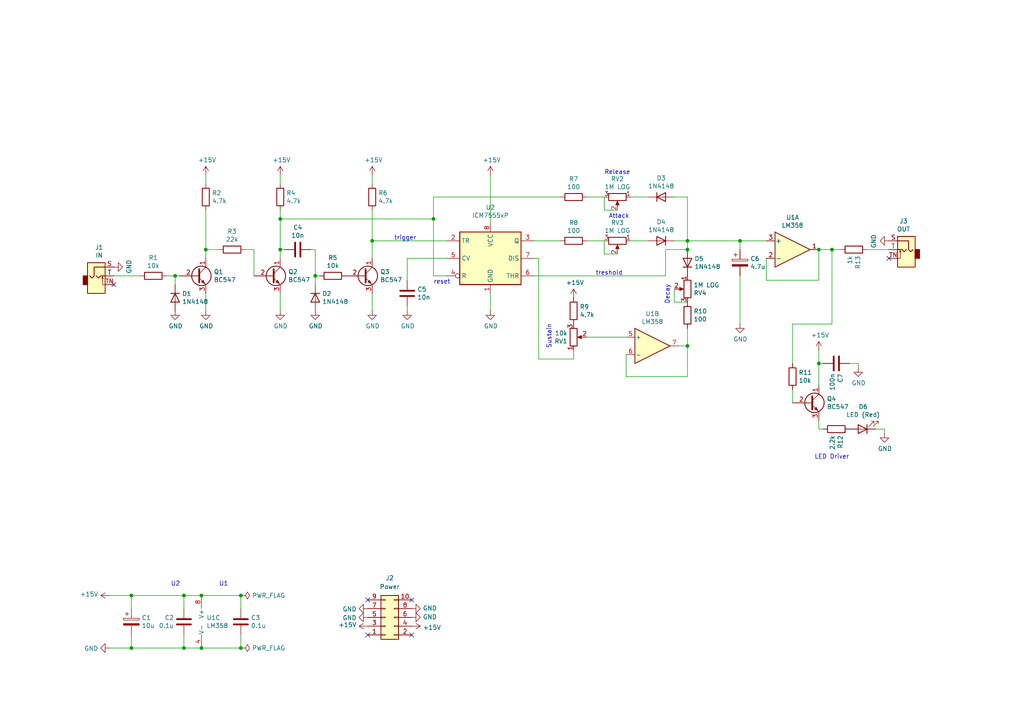
<source format=kicad_sch>
(kicad_sch (version 20231120) (generator "eeschema") (generator_version "8.0")
  (paper "A4")
  (title_block (title "ADSR") (date "2019-11-30") (rev "02") (comment 1 "Original design by René Schmitz") (comment 2 "Schema for main circuit") (comment 4 "License CC BY 4.0 - Attribution 4.0 International"))
  (lib_symbols
    (symbol "Amplifier_Operational:LM358" (pin_names (offset 0.127))
      (property "Reference" "U" (at 0 5.08 0))
      (property "Value" "LM358" (at 0 -5.08 0))
      (symbol "LM358_1_1"
        (polyline (pts (xy -5.08 5.08) (xy 5.08 0) (xy -5.08 -5.08) (xy -5.08 5.08)) (stroke (width 0.254)) (fill (type background)))
        (pin output line (at 7.62 0 180) (length 2.54) (name "~") (number "1"))
        (pin input line (at -7.62 -2.54 0) (length 2.54) (name "-") (number "2"))
        (pin input line (at -7.62 2.54 0) (length 2.54) (name "+") (number "3"))
      )
      (symbol "LM358_2_1"
        (polyline (pts (xy -5.08 5.08) (xy 5.08 0) (xy -5.08 -5.08) (xy -5.08 5.08)) (stroke (width 0.254)) (fill (type background)))
        (pin input line (at -7.62 2.54 0) (length 2.54) (name "+") (number "5"))
        (pin input line (at -7.62 -2.54 0) (length 2.54) (name "-") (number "6"))
        (pin output line (at 7.62 0 180) (length 2.54) (name "~") (number "7"))
      )
      (symbol "LM358_3_1"
        (pin power_in line (at -2.54 -7.62 90) (length 3.81) (name "V-") (number "4"))
        (pin power_in line (at -2.54 7.62 270) (length 3.81) (name "V+") (number "8"))
      )
    )
    (symbol "Connector_Audio:AudioJack2_SwitchT"
      (property "Reference" "J" (at 0 8.89 0))
      (property "Value" "AudioJack2_SwitchT" (at 0 6.35 0))
      (symbol "AudioJack2_SwitchT_0_1"
        (rectangle (start -2.54 0) (end -3.81 -2.54) (stroke (width 0.254)) (fill (type outline)))
        (polyline (pts (xy 1.778 -0.254) (xy 2.032 -0.762)))
        (polyline (pts (xy 0 0) (xy 0.635 -0.635) (xy 1.27 0) (xy 2.54 0)) (stroke (width 0.254)))
        (polyline (pts (xy 2.54 -2.54) (xy 1.778 -2.54) (xy 1.778 -0.254) (xy 1.524 -0.762)))
        (polyline (pts (xy 2.54 2.54) (xy -0.635 2.54) (xy -0.635 0) (xy -1.27 -0.635) (xy -1.905 0)) (stroke (width 0.254)))
        (rectangle (start 2.54 3.81) (end -2.54 -5.08) (stroke (width 0.254)) (fill (type background)))
      )
      (symbol "AudioJack2_SwitchT_1_1"
        (pin passive line (at 5.08 2.54 180) (length 2.54) (name "~") (number "S"))
        (pin passive line (at 5.08 0 180) (length 2.54) (name "~") (number "T"))
        (pin passive line (at 5.08 -2.54 180) (length 2.54) (name "~") (number "TN"))
      )
    )
    (symbol "Connector_Generic:Conn_02x05_Odd_Even" (pin_names (offset 1.016) hide)
      (property "Reference" "J" (at 1.27 7.62 0))
      (property "Value" "Conn_02x05_Odd_Even" (at 1.27 -7.62 0))
      (symbol "Conn_02x05_Odd_Even_1_1"
        (rectangle (start -1.27 -4.953) (end 0 -5.207) (stroke (width 0.1524)))
        (rectangle (start -1.27 -2.413) (end 0 -2.667) (stroke (width 0.1524)))
        (rectangle (start -1.27 0.127) (end 0 -0.127) (stroke (width 0.1524)))
        (rectangle (start -1.27 2.667) (end 0 2.413) (stroke (width 0.1524)))
        (rectangle (start -1.27 5.207) (end 0 4.953) (stroke (width 0.1524)))
        (rectangle (start -1.27 6.35) (end 3.81 -6.35) (stroke (width 0.254)) (fill (type background)))
        (rectangle (start 3.81 -4.953) (end 2.54 -5.207) (stroke (width 0.1524)))
        (rectangle (start 3.81 -2.413) (end 2.54 -2.667) (stroke (width 0.1524)))
        (rectangle (start 3.81 0.127) (end 2.54 -0.127) (stroke (width 0.1524)))
        (rectangle (start 3.81 2.667) (end 2.54 2.413) (stroke (width 0.1524)))
        (rectangle (start 3.81 5.207) (end 2.54 4.953) (stroke (width 0.1524)))
        (pin passive line (at -5.08 5.08 0) (length 3.81) (name "Pin_1") (number "1"))
        (pin passive line (at 7.62 -5.08 180) (length 3.81) (name "Pin_10") (number "10"))
        (pin passive line (at 7.62 5.08 180) (length 3.81) (name "Pin_2") (number "2"))
        (pin passive line (at -5.08 2.54 0) (length 3.81) (name "Pin_3") (number "3"))
        (pin passive line (at 7.62 2.54 180) (length 3.81) (name "Pin_4") (number "4"))
        (pin passive line (at -5.08 0 0) (length 3.81) (name "Pin_5") (number "5"))
        (pin passive line (at 7.62 0 180) (length 3.81) (name "Pin_6") (number "6"))
        (pin passive line (at -5.08 -2.54 0) (length 3.81) (name "Pin_7") (number "7"))
        (pin passive line (at 7.62 -2.54 180) (length 3.81) (name "Pin_8") (number "8"))
        (pin passive line (at -5.08 -5.08 0) (length 3.81) (name "Pin_9") (number "9"))
      )
    )
    (symbol "Device:C" (pin_numbers hide) (pin_names (offset 0.254))
      (property "Reference" "C" (at 0.635 2.54 0))
      (property "Value" "C" (at 0.635 -2.54 0))
      (symbol "C_0_1"
        (polyline (pts (xy -2.032 -0.762) (xy 2.032 -0.762)) (stroke (width 0.508)))
        (polyline (pts (xy -2.032 0.762) (xy 2.032 0.762)) (stroke (width 0.508)))
      )
      (symbol "C_1_1"
        (pin passive line (at 0 3.81 270) (length 2.794) (name "~") (number "1"))
        (pin passive line (at 0 -3.81 90) (length 2.794) (name "~") (number "2"))
      )
    )
    (symbol "Device:C_Polarized" (pin_numbers hide) (pin_names (offset 0.254))
      (property "Reference" "C" (at 0.635 2.54 0))
      (property "Value" "C_Polarized" (at 0.635 -2.54 0))
      (symbol "C_Polarized_0_1"
        (rectangle (start -2.286 0.508) (end 2.286 1.016))
        (polyline (pts (xy -1.778 2.286) (xy -0.762 2.286)))
        (polyline (pts (xy -1.27 2.794) (xy -1.27 1.778)))
        (rectangle (start 2.286 -0.508) (end -2.286 -1.016) (fill (type outline)))
      )
      (symbol "C_Polarized_1_1"
        (pin passive line (at 0 3.81 270) (length 2.794) (name "~") (number "1"))
        (pin passive line (at 0 -3.81 90) (length 2.794) (name "~") (number "2"))
      )
    )
    (symbol "Device:D" (pin_numbers hide) (pin_names (offset 1.016) hide)
      (property "Reference" "D" (at 0 2.54 0))
      (property "Value" "D" (at 0 -2.54 0))
      (symbol "D_0_1"
        (polyline (pts (xy -1.27 1.27) (xy -1.27 -1.27)) (stroke (width 0.254)))
        (polyline (pts (xy 1.27 0) (xy -1.27 0)))
        (polyline (pts (xy 1.27 1.27) (xy 1.27 -1.27) (xy -1.27 0) (xy 1.27 1.27)) (stroke (width 0.254)))
      )
      (symbol "D_1_1"
        (pin passive line (at -3.81 0 0) (length 2.54) (name "K") (number "1"))
        (pin passive line (at 3.81 0 180) (length 2.54) (name "A") (number "2"))
      )
    )
    (symbol "Device:LED" (pin_numbers hide) (pin_names (offset 1.016) hide)
      (property "Reference" "D" (at 0 2.54 0))
      (property "Value" "LED" (at 0 -2.54 0))
      (symbol "LED_0_1"
        (polyline (pts (xy -1.27 -1.27) (xy -1.27 1.27)) (stroke (width 0.254)))
        (polyline (pts (xy -1.27 0) (xy 1.27 0)))
        (polyline (pts (xy 1.27 -1.27) (xy 1.27 1.27) (xy -1.27 0) (xy 1.27 -1.27)) (stroke (width 0.254)))
        (polyline (pts (xy -3.048 -0.762) (xy -4.572 -2.286) (xy -3.81 -2.286) (xy -4.572 -2.286) (xy -4.572 -1.524)))
        (polyline (pts (xy -1.778 -0.762) (xy -3.302 -2.286) (xy -2.54 -2.286) (xy -3.302 -2.286) (xy -3.302 -1.524)))
      )
      (symbol "LED_1_1"
        (pin passive line (at -3.81 0 0) (length 2.54) (name "K") (number "1"))
        (pin passive line (at 3.81 0 180) (length 2.54) (name "A") (number "2"))
      )
    )
    (symbol "Device:R" (pin_numbers hide) (pin_names (offset 0))
      (property "Reference" "R" (at 2.032 0 90))
      (property "Value" "R" (at 0 0 90))
      (symbol "R_0_1"
        (rectangle (start -1.016 -2.54) (end 1.016 2.54) (stroke (width 0.254)))
      )
      (symbol "R_1_1"
        (pin passive line (at 0 3.81 270) (length 1.27) (name "~") (number "1"))
        (pin passive line (at 0 -3.81 90) (length 1.27) (name "~") (number "2"))
      )
    )
    (symbol "Device:R_Potentiometer" (pin_names (offset 1.016) hide)
      (property "Reference" "RV" (at -4.445 0 90))
      (property "Value" "R_Potentiometer" (at -2.54 0 90))
      (symbol "R_Potentiometer_0_1"
        (polyline (pts (xy 2.54 0) (xy 1.524 0)))
        (polyline (pts (xy 1.143 0) (xy 2.286 0.508) (xy 2.286 -0.508) (xy 1.143 0)) (fill (type outline)))
        (rectangle (start 1.016 2.54) (end -1.016 -2.54) (stroke (width 0.254)))
      )
      (symbol "R_Potentiometer_1_1"
        (pin passive line (at 0 3.81 270) (length 1.27) (name "1") (number "1"))
        (pin passive line (at 3.81 0 180) (length 1.27) (name "2") (number "2"))
        (pin passive line (at 0 -3.81 90) (length 1.27) (name "3") (number "3"))
      )
    )
    (symbol "Timer:ICM7555xP"
      (property "Reference" "U" (at -10.16 8.89 0))
      (property "Value" "ICM7555xP" (at 2.54 8.89 0))
      (symbol "ICM7555xP_0_0"
        (pin power_in line (at 0 -10.16 90) (length 2.54) (name "GND") (number "1"))
        (pin power_in line (at 0 10.16 270) (length 2.54) (name "VCC") (number "8"))
      )
      (symbol "ICM7555xP_0_1"
        (rectangle (start -8.89 -7.62) (end 8.89 7.62) (stroke (width 0.254)) (fill (type background)))
        (rectangle (start -8.89 -7.62) (end 8.89 7.62) (stroke (width 0.254)) (fill (type background)))
      )
      (symbol "ICM7555xP_1_1"
        (pin input line (at -12.7 5.08 0) (length 3.81) (name "TR") (number "2"))
        (pin output line (at 12.7 5.08 180) (length 3.81) (name "Q") (number "3"))
        (pin input inverted (at -12.7 -5.08 0) (length 3.81) (name "R") (number "4"))
        (pin input line (at -12.7 0 0) (length 3.81) (name "CV") (number "5"))
        (pin input line (at 12.7 -5.08 180) (length 3.81) (name "THR") (number "6"))
        (pin input line (at 12.7 0 180) (length 3.81) (name "DIS") (number "7"))
      )
    )
    (symbol "Transistor_BJT:BC547" (pin_names (offset 0) hide)
      (property "Reference" "Q" (at 5.08 1.905 0))
      (property "Value" "BC547" (at 5.08 0 0))
      (symbol "BC547_0_1"
        (polyline (pts (xy 0 0) (xy 0.635 0)))
        (polyline (pts (xy 0.635 0.635) (xy 2.54 2.54)))
        (polyline (pts (xy 0.635 -0.635) (xy 2.54 -2.54) (xy 2.54 -2.54)))
        (polyline (pts (xy 0.635 1.905) (xy 0.635 -1.905) (xy 0.635 -1.905)) (stroke (width 0.508)))
        (polyline (pts (xy 1.27 -1.778) (xy 1.778 -1.27) (xy 2.286 -2.286) (xy 1.27 -1.778) (xy 1.27 -1.778)) (fill (type outline)))
        (circle (center 1.27 0) (radius 2.8194) (stroke (width 0.254)))
      )
      (symbol "BC547_1_1"
        (pin passive line (at 2.54 5.08 270) (length 2.54) (name "C") (number "1"))
        (pin input line (at -5.08 0 0) (length 5.08) (name "B") (number "2"))
        (pin passive line (at 2.54 -5.08 90) (length 2.54) (name "E") (number "3"))
      )
    )
    (symbol "power:+15V" (power) (pin_numbers hide) (pin_names (offset 0) hide)
      (property "Value" "+15V" (at 0 3.556 0))
      (symbol "+15V_0_1"
        (polyline (pts (xy -0.762 1.27) (xy 0 2.54)))
        (polyline (pts (xy 0 0) (xy 0 2.54)))
        (polyline (pts (xy 0 2.54) (xy 0.762 1.27)))
      )
      (symbol "+15V_1_1"
        (pin power_in line (at 0 0 90) (length 0) (name "~") (number "1"))
      )
    )
    (symbol "power:GND" (power) (pin_numbers hide) (pin_names (offset 0) hide)
      (property "Value" "GND" (at 0 -3.81 0))
      (symbol "GND_0_1"
        (polyline (pts (xy 0 0) (xy 0 -1.27) (xy 1.27 -1.27) (xy 0 -2.54) (xy -1.27 -1.27) (xy 0 -1.27)))
      )
      (symbol "GND_1_1"
        (pin power_in line (at 0 0 270) (length 0) (name "~") (number "1"))
      )
    )
    (symbol "power:PWR_FLAG" (power) (pin_numbers hide) (pin_names (offset 0) hide)
      (property "Value" "PWR_FLAG" (at 0 3.81 0))
      (symbol "PWR_FLAG_0_0"
        (pin power_out line (at 0 0 90) (length 0) (name "~") (number "1"))
      )
      (symbol "PWR_FLAG_0_1"
        (polyline (pts (xy 0 0) (xy 0 1.27) (xy -1.016 1.905) (xy 0 2.54) (xy 1.016 1.905) (xy 0 1.27)))
      )
    )
  )
  (junction (at 125.73 63.5))
  (junction (at 214.63 69.85))
  (junction (at 91.44 80.01))
  (junction (at 53.34 172.72))
  (junction (at 58.42 187.96))
  (junction (at 59.69 72.39))
  (junction (at 199.39 100.33))
  (junction (at 38.1 172.72))
  (junction (at 69.85 187.96))
  (junction (at 199.39 72.39))
  (junction (at 237.49 105.41))
  (junction (at 241.3 72.39))
  (junction (at 69.85 172.72))
  (junction (at 107.95 69.85))
  (junction (at 53.34 187.96))
  (junction (at 38.1 187.96))
  (junction (at 81.28 72.39))
  (junction (at 81.28 63.5))
  (junction (at 50.8 80.01))
  (junction (at 237.49 72.39))
  (junction (at 199.39 69.85))
  (junction (at 58.42 172.72))
  (no_connect (at 106.68 184.15))
  (no_connect (at 119.38 173.99))
  (no_connect (at 257.81 74.93))
  (no_connect (at 33.02 82.55))
  (no_connect (at 106.68 173.99))
  (no_connect (at 119.38 184.15))
  (wire (pts (xy 248.92 105.41) (xy 248.92 106.68)))
  (wire (pts (xy 63.5 72.39) (xy 59.69 72.39)))
  (wire (pts (xy 195.58 69.85) (xy 199.39 69.85)))
  (wire (pts (xy 199.39 109.22) (xy 199.39 100.33)))
  (wire (pts (xy 81.28 63.5) (xy 81.28 72.39)))
  (wire (pts (xy 38.1 184.15) (xy 38.1 187.96)))
  (wire (pts (xy 175.26 69.85) (xy 175.26 73.66)))
  (wire (pts (xy 181.61 109.22) (xy 199.39 109.22)))
  (wire (pts (xy 129.54 80.01) (xy 125.73 80.01)))
  (wire (pts (xy 142.24 90.17) (xy 142.24 85.09)))
  (wire (pts (xy 182.88 69.85) (xy 187.96 69.85)))
  (wire (pts (xy 53.34 187.96) (xy 38.1 187.96)))
  (wire (pts (xy 125.73 63.5) (xy 125.73 80.01)))
  (wire (pts (xy 214.63 69.85) (xy 222.25 69.85)))
  (wire (pts (xy 107.95 85.09) (xy 107.95 90.17)))
  (wire (pts (xy 59.69 90.17) (xy 59.69 85.09)))
  (wire (pts (xy 50.8 80.01) (xy 52.07 80.01)))
  (wire (pts (xy 142.24 50.8) (xy 142.24 64.77)))
  (wire (pts (xy 38.1 187.96) (xy 31.75 187.96)))
  (wire (pts (xy 125.73 63.5) (xy 125.73 57.15)))
  (wire (pts (xy 81.28 50.8) (xy 81.28 53.34)))
  (wire (pts (xy 246.38 105.41) (xy 248.92 105.41)))
  (wire (pts (xy 195.58 57.15) (xy 199.39 57.15)))
  (wire (pts (xy 193.04 80.01) (xy 193.04 72.39)))
  (wire (pts (xy 156.21 74.93) (xy 156.21 104.14)))
  (wire (pts (xy 222.25 81.28) (xy 237.49 81.28)))
  (wire (pts (xy 229.87 93.98) (xy 229.87 105.41)))
  (wire (pts (xy 92.71 80.01) (xy 91.44 80.01)))
  (wire (pts (xy 222.25 74.93) (xy 222.25 81.28)))
  (wire (pts (xy 199.39 57.15) (xy 199.39 69.85)))
  (wire (pts (xy 91.44 72.39) (xy 91.44 80.01)))
  (wire (pts (xy 129.54 69.85) (xy 107.95 69.85)))
  (wire (pts (xy 81.28 90.17) (xy 81.28 85.09)))
  (wire (pts (xy 125.73 57.15) (xy 162.56 57.15)))
  (wire (pts (xy 199.39 69.85) (xy 214.63 69.85)))
  (wire (pts (xy 170.18 69.85) (xy 175.26 69.85)))
  (wire (pts (xy 81.28 72.39) (xy 81.28 74.93)))
  (wire (pts (xy 195.58 83.82) (xy 195.58 87.63)))
  (wire (pts (xy 243.84 72.39) (xy 241.3 72.39)))
  (wire (pts (xy 58.42 172.72) (xy 69.85 172.72)))
  (wire (pts (xy 59.69 60.96) (xy 59.69 72.39)))
  (wire (pts (xy 170.18 97.79) (xy 181.61 97.79)))
  (wire (pts (xy 199.39 69.85) (xy 199.39 72.39)))
  (wire (pts (xy 53.34 172.72) (xy 58.42 172.72)))
  (wire (pts (xy 58.42 187.96) (xy 53.34 187.96)))
  (wire (pts (xy 254 124.46) (xy 256.54 124.46)))
  (wire (pts (xy 53.34 176.53) (xy 53.34 172.72)))
  (wire (pts (xy 154.94 74.93) (xy 156.21 74.93)))
  (wire (pts (xy 90.17 72.39) (xy 91.44 72.39)))
  (wire (pts (xy 33.02 80.01) (xy 40.64 80.01)))
  (wire (pts (xy 107.95 50.8) (xy 107.95 53.34)))
  (wire (pts (xy 71.12 72.39) (xy 73.66 72.39)))
  (wire (pts (xy 166.37 101.6) (xy 166.37 104.14)))
  (wire (pts (xy 214.63 72.39) (xy 214.63 69.85)))
  (wire (pts (xy 50.8 82.55) (xy 50.8 80.01)))
  (wire (pts (xy 238.76 105.41) (xy 237.49 105.41)))
  (wire (pts (xy 229.87 116.84) (xy 229.87 113.03)))
  (wire (pts (xy 181.61 102.87) (xy 181.61 109.22)))
  (wire (pts (xy 237.49 121.92) (xy 237.49 124.46)))
  (wire (pts (xy 241.3 72.39) (xy 241.3 93.98)))
  (wire (pts (xy 182.88 57.15) (xy 187.96 57.15)))
  (wire (pts (xy 156.21 104.14) (xy 166.37 104.14)))
  (wire (pts (xy 69.85 176.53) (xy 69.85 172.72)))
  (wire (pts (xy 59.69 50.8) (xy 59.69 53.34)))
  (wire (pts (xy 170.18 57.15) (xy 175.26 57.15)))
  (wire (pts (xy 237.49 124.46) (xy 238.76 124.46)))
  (wire (pts (xy 31.75 172.72) (xy 38.1 172.72)))
  (wire (pts (xy 237.49 81.28) (xy 237.49 72.39)))
  (wire (pts (xy 237.49 105.41) (xy 237.49 111.76)))
  (wire (pts (xy 256.54 124.46) (xy 256.54 125.73)))
  (wire (pts (xy 251.46 72.39) (xy 257.81 72.39)))
  (wire (pts (xy 38.1 172.72) (xy 53.34 172.72)))
  (wire (pts (xy 81.28 63.5) (xy 125.73 63.5)))
  (wire (pts (xy 214.63 93.98) (xy 214.63 80.01)))
  (wire (pts (xy 91.44 80.01) (xy 91.44 82.55)))
  (wire (pts (xy 195.58 87.63) (xy 199.39 87.63)))
  (wire (pts (xy 196.85 100.33) (xy 199.39 100.33)))
  (wire (pts (xy 118.11 81.28) (xy 118.11 74.93)))
  (wire (pts (xy 81.28 72.39) (xy 82.55 72.39)))
  (wire (pts (xy 175.26 57.15) (xy 175.26 60.96)))
  (wire (pts (xy 53.34 184.15) (xy 53.34 187.96)))
  (wire (pts (xy 241.3 72.39) (xy 237.49 72.39)))
  (wire (pts (xy 59.69 74.93) (xy 59.69 72.39)))
  (wire (pts (xy 193.04 72.39) (xy 199.39 72.39)))
  (wire (pts (xy 107.95 60.96) (xy 107.95 69.85)))
  (wire (pts (xy 175.26 73.66) (xy 179.07 73.66)))
  (wire (pts (xy 241.3 93.98) (xy 229.87 93.98)))
  (wire (pts (xy 237.49 101.6) (xy 237.49 105.41)))
  (wire (pts (xy 73.66 72.39) (xy 73.66 80.01)))
  (wire (pts (xy 199.39 100.33) (xy 199.39 95.25)))
  (wire (pts (xy 154.94 80.01) (xy 193.04 80.01)))
  (wire (pts (xy 118.11 74.93) (xy 129.54 74.93)))
  (wire (pts (xy 69.85 184.15) (xy 69.85 187.96)))
  (wire (pts (xy 38.1 176.53) (xy 38.1 172.72)))
  (wire (pts (xy 69.85 187.96) (xy 58.42 187.96)))
  (wire (pts (xy 48.26 80.01) (xy 50.8 80.01)))
  (wire (pts (xy 81.28 60.96) (xy 81.28 63.5)))
  (wire (pts (xy 107.95 69.85) (xy 107.95 74.93)))
  (wire (pts (xy 118.11 88.9) (xy 118.11 90.17)))
  (wire (pts (xy 154.94 69.85) (xy 162.56 69.85)))
  (wire (pts (xy 175.26 60.96) (xy 179.07 60.96)))
  (text "Release" (at 175.26 50.8 0) (effects (font (size 1.27 1.27)) (justify left bottom)))
  (text "U1" (at 63.5 170.18 0) (effects (font (size 1.27 1.27)) (justify left bottom)))
  (text "LED Driver" (at 236.22 133.35 0) (effects (font (size 1.27 1.27)) (justify left bottom)))
  (text "reset" (at 125.73 82.55 0) (effects (font (size 1.27 1.27)) (justify left bottom)))
  (text "Sustain" (at 160.02 93.98 90) (effects (font (size 1.27 1.27)) (justify right bottom)))
  (text "U2" (at 49.53 170.18 0) (effects (font (size 1.27 1.27)) (justify left bottom)))
  (text "Decay" (at 194.31 82.55 90) (effects (font (size 1.27 1.27)) (justify right bottom)))
  (text "Attack" (at 176.53 63.5 0) (effects (font (size 1.27 1.27)) (justify left bottom)))
  (text "trigger" (at 114.3 69.85 0) (effects (font (size 1.27 1.27)) (justify left bottom)))
  (text "treshold" (at 172.72 80.01 0) (effects (font (size 1.27 1.27)) (justify left bottom)))
  (symbol (lib_id "Transistor_BJT:BC547") (at 57.15 80.01 0) (unit 1)
    (property "Reference" "Q1" (at 62.0014 78.8416 0) (effects (justify left)))
    (property "Value" "BC547" (at 62.0014 81.153 0) (effects (justify left)))
    (property "Footprint" "Package_TO_SOT_THT:TO-92_Inline_Wide" (effects (hide yes)))
    (property "Datasheet" "https://www.onsemi.com/pub/Collateral/BC550-D.pdf" (effects (hide yes)))
    (property "Description" "0.1A Ic, 45V Vce, Small Signal NPN Transistor, TO-92" (effects (hide yes)))
  )
  (symbol (lib_id "Transistor_BJT:BC547") (at 78.74 80.01 0) (unit 1)
    (property "Reference" "Q2" (at 83.5914 78.8416 0) (effects (justify left)))
    (property "Value" "BC547" (at 83.5914 81.153 0) (effects (justify left)))
    (property "Footprint" "Package_TO_SOT_THT:TO-92_Inline_Wide" (effects (hide yes)))
    (property "Datasheet" "https://www.onsemi.com/pub/Collateral/BC550-D.pdf" (effects (hide yes)))
    (property "Description" "0.1A Ic, 45V Vce, Small Signal NPN Transistor, TO-92" (effects (hide yes)))
  )
  (symbol (lib_id "Transistor_BJT:BC547") (at 105.41 80.01 0) (unit 1)
    (property "Reference" "Q3" (at 110.2614 78.8416 0) (effects (justify left)))
    (property "Value" "BC547" (at 110.2614 81.153 0) (effects (justify left)))
    (property "Footprint" "Package_TO_SOT_THT:TO-92_Inline_Wide" (effects (hide yes)))
    (property "Datasheet" "https://www.onsemi.com/pub/Collateral/BC550-D.pdf" (effects (hide yes)))
    (property "Description" "0.1A Ic, 45V Vce, Small Signal NPN Transistor, TO-92" (effects (hide yes)))
  )
  (symbol (lib_id "Device:R") (at 44.45 80.01 270) (unit 1)
    (property "Reference" "R1" (at 44.45 74.7522 90))
    (property "Value" "10k" (at 44.45 77.0636 90))
    (property "Footprint" "Resistor_THT:R_Axial_DIN0207_L6.3mm_D2.5mm_P10.16mm_Horizontal" (effects (hide yes)))
    (property "Description" "Resistor" (effects (hide yes)))
  )
  (symbol (lib_id "power:GND") (at 59.69 90.17 0) (unit 1)
    (property "Reference" "#PWR06" (effects (hide yes)))
    (property "Value" "GND" (at 59.817 94.5642 0))
    (property "Description" "Power symbol creates a global label with name \"GND\" , ground" (effects (hide yes)))
  )
  (symbol (lib_id "Device:D") (at 50.8 86.36 270) (unit 1)
    (property "Reference" "D1" (at 52.8066 85.1916 90) (effects (justify left)))
    (property "Value" "1N4148" (at 52.8066 87.503 90) (effects (justify left)))
    (property "Footprint" "Diode_THT:D_DO-35_SOD27_P7.62mm_Horizontal" (effects (hide yes)))
    (property "Description" "Diode" (effects (hide yes)))
    (property "Sim.Device" "D" (effects (hide yes)))
    (property "Sim.Pins" "1=K 2=A" (effects (hide yes)))
  )
  (symbol (lib_id "power:GND") (at 50.8 90.17 0) (unit 1)
    (property "Reference" "#PWR04" (effects (hide yes)))
    (property "Value" "GND" (at 50.927 94.5642 0))
    (property "Description" "Power symbol creates a global label with name \"GND\" , ground" (effects (hide yes)))
  )
  (symbol (lib_id "Device:R") (at 59.69 57.15 0) (unit 1)
    (property "Reference" "R2" (at 61.468 55.9816 0) (effects (justify left)))
    (property "Value" "4.7k" (at 61.468 58.293 0) (effects (justify left)))
    (property "Footprint" "Resistor_THT:R_Axial_DIN0207_L6.3mm_D2.5mm_P10.16mm_Horizontal" (effects (hide yes)))
    (property "Description" "Resistor" (effects (hide yes)))
  )
  (symbol (lib_id "Device:R") (at 67.31 72.39 270) (unit 1)
    (property "Reference" "R3" (at 67.31 67.1322 90))
    (property "Value" "22k" (at 67.31 69.4436 90))
    (property "Footprint" "Resistor_THT:R_Axial_DIN0207_L6.3mm_D2.5mm_P2.54mm_Vertical" (effects (hide yes)))
    (property "Description" "Resistor" (effects (hide yes)))
  )
  (symbol (lib_id "power:+15V") (at 59.69 50.8 0) (unit 1)
    (property "Reference" "#PWR05" (effects (hide yes)))
    (property "Value" "+15V" (at 60.071 46.4058 0))
    (property "Description" "Power symbol creates a global label with name \"+15V\"" (effects (hide yes)))
  )
  (symbol (lib_id "power:GND") (at 81.28 90.17 0) (unit 1)
    (property "Reference" "#PWR08" (effects (hide yes)))
    (property "Value" "GND" (at 81.407 94.5642 0))
    (property "Description" "Power symbol creates a global label with name \"GND\" , ground" (effects (hide yes)))
  )
  (symbol (lib_id "Device:D") (at 91.44 86.36 270) (unit 1)
    (property "Reference" "D2" (at 93.4466 85.1916 90) (effects (justify left)))
    (property "Value" "1N4148" (at 93.4466 87.503 90) (effects (justify left)))
    (property "Footprint" "Diode_THT:D_DO-35_SOD27_P7.62mm_Horizontal" (effects (hide yes)))
    (property "Description" "Diode" (effects (hide yes)))
    (property "Sim.Device" "D" (effects (hide yes)))
    (property "Sim.Pins" "1=K 2=A" (effects (hide yes)))
  )
  (symbol (lib_id "Device:R") (at 96.52 80.01 270) (unit 1)
    (property "Reference" "R5" (at 96.52 74.7522 90))
    (property "Value" "10k" (at 96.52 77.0636 90))
    (property "Footprint" "Resistor_THT:R_Axial_DIN0207_L6.3mm_D2.5mm_P10.16mm_Horizontal" (effects (hide yes)))
    (property "Description" "Resistor" (effects (hide yes)))
  )
  (symbol (lib_id "power:GND") (at 91.44 90.17 0) (unit 1)
    (property "Reference" "#PWR09" (effects (hide yes)))
    (property "Value" "GND" (at 91.567 94.5642 0))
    (property "Description" "Power symbol creates a global label with name \"GND\" , ground" (effects (hide yes)))
  )
  (symbol (lib_id "Device:C") (at 86.36 72.39 270) (unit 1)
    (property "Reference" "C4" (at 86.36 65.9892 90))
    (property "Value" "10n" (at 86.36 68.3006 90))
    (property "Footprint" "Capacitor_THT:C_Rect_L4.0mm_W2.5mm_P2.50mm" (effects (hide yes)))
    (property "Description" "Unpolarized capacitor" (effects (hide yes)))
  )
  (symbol (lib_id "power:GND") (at 107.95 90.17 0) (unit 1)
    (property "Reference" "#PWR014" (effects (hide yes)))
    (property "Value" "GND" (at 108.077 94.5642 0))
    (property "Description" "Power symbol creates a global label with name \"GND\" , ground" (effects (hide yes)))
  )
  (symbol (lib_id "Device:R") (at 81.28 57.15 0) (unit 1)
    (property "Reference" "R4" (at 83.058 55.9816 0) (effects (justify left)))
    (property "Value" "4.7k" (at 83.058 58.293 0) (effects (justify left)))
    (property "Footprint" "Resistor_THT:R_Axial_DIN0207_L6.3mm_D2.5mm_P10.16mm_Horizontal" (effects (hide yes)))
    (property "Description" "Resistor" (effects (hide yes)))
  )
  (symbol (lib_id "Device:R") (at 107.95 57.15 0) (unit 1)
    (property "Reference" "R6" (at 109.728 55.9816 0) (effects (justify left)))
    (property "Value" "4.7k" (at 109.728 58.293 0) (effects (justify left)))
    (property "Footprint" "Resistor_THT:R_Axial_DIN0207_L6.3mm_D2.5mm_P10.16mm_Horizontal" (effects (hide yes)))
    (property "Description" "Resistor" (effects (hide yes)))
  )
  (symbol (lib_id "power:+15V") (at 81.28 50.8 0) (unit 1)
    (property "Reference" "#PWR07" (effects (hide yes)))
    (property "Value" "+15V" (at 81.661 46.4058 0))
    (property "Description" "Power symbol creates a global label with name \"+15V\"" (effects (hide yes)))
  )
  (symbol (lib_id "power:+15V") (at 107.95 50.8 0) (unit 1)
    (property "Reference" "#PWR013" (effects (hide yes)))
    (property "Value" "+15V" (at 108.331 46.4058 0))
    (property "Description" "Power symbol creates a global label with name \"+15V\"" (effects (hide yes)))
  )
  (symbol (lib_id "Device:R") (at 166.37 57.15 270) (unit 1)
    (property "Reference" "R7" (at 166.37 51.8922 90))
    (property "Value" "100" (at 166.37 54.2036 90))
    (property "Footprint" "Resistor_THT:R_Axial_DIN0207_L6.3mm_D2.5mm_P10.16mm_Horizontal" (effects (hide yes)))
    (property "Description" "Resistor" (effects (hide yes)))
  )
  (symbol (lib_id "Device:R_Potentiometer") (at 179.07 57.15 270) (unit 1)
    (property "Reference" "RV2" (at 179.07 51.8922 90))
    (property "Value" "1M LOG" (at 179.07 54.2036 90))
    (property "Footprint" "elektrophon:Potentiometer_Alpha_RD901F-40-00D_Single_Vertical" (effects (hide yes)))
    (property "Description" "Potentiometer" (effects (hide yes)))
  )
  (symbol (lib_id "Device:D") (at 191.77 57.15 0) (unit 1)
    (property "Reference" "D3" (at 191.77 51.6636 0))
    (property "Value" "1N4148" (at 191.77 53.975 0))
    (property "Footprint" "Diode_THT:D_DO-35_SOD27_P7.62mm_Horizontal" (effects (hide yes)))
    (property "Description" "Diode" (effects (hide yes)))
    (property "Sim.Device" "D" (effects (hide yes)))
    (property "Sim.Pins" "1=K 2=A" (effects (hide yes)))
  )
  (symbol (lib_id "Device:R") (at 166.37 69.85 270) (unit 1)
    (property "Reference" "R8" (at 166.37 64.5922 90))
    (property "Value" "100" (at 166.37 66.9036 90))
    (property "Footprint" "Resistor_THT:R_Axial_DIN0207_L6.3mm_D2.5mm_P10.16mm_Horizontal" (effects (hide yes)))
    (property "Description" "Resistor" (effects (hide yes)))
  )
  (symbol (lib_id "Device:R_Potentiometer") (at 179.07 69.85 270) (unit 1)
    (property "Reference" "RV3" (at 179.07 64.5922 90))
    (property "Value" "1M LOG" (at 179.07 66.9036 90))
    (property "Footprint" "elektrophon:Potentiometer_Alpha_RD901F-40-00D_Single_Vertical" (effects (hide yes)))
    (property "Description" "Potentiometer" (effects (hide yes)))
  )
  (symbol (lib_id "Device:D") (at 191.77 69.85 180) (unit 1)
    (property "Reference" "D4" (at 191.77 64.3636 0))
    (property "Value" "1N4148" (at 191.77 66.675 0))
    (property "Footprint" "Diode_THT:D_DO-35_SOD27_P7.62mm_Horizontal" (effects (hide yes)))
    (property "Description" "Diode" (effects (hide yes)))
    (property "Sim.Device" "D" (effects (hide yes)))
    (property "Sim.Pins" "1=K 2=A" (effects (hide yes)))
  )
  (symbol (lib_id "power:GND") (at 142.24 90.17 0) (unit 1)
    (property "Reference" "#PWR020" (effects (hide yes)))
    (property "Value" "GND" (at 142.367 94.5642 0))
    (property "Description" "Power symbol creates a global label with name \"GND\" , ground" (effects (hide yes)))
  )
  (symbol (lib_id "power:+15V") (at 142.24 50.8 0) (unit 1)
    (property "Reference" "#PWR019" (effects (hide yes)))
    (property "Value" "+15V" (at 142.621 46.4058 0))
    (property "Description" "Power symbol creates a global label with name \"+15V\"" (effects (hide yes)))
  )
  (symbol (lib_id "power:GND") (at 118.11 90.17 0) (unit 1)
    (property "Reference" "#PWR015" (effects (hide yes)))
    (property "Value" "GND" (at 118.237 94.5642 0))
    (property "Description" "Power symbol creates a global label with name \"GND\" , ground" (effects (hide yes)))
  )
  (symbol (lib_id "Device:C") (at 118.11 85.09 180) (unit 1)
    (property "Reference" "C5" (at 121.031 83.9216 0) (effects (justify right)))
    (property "Value" "10n" (at 121.031 86.233 0) (effects (justify right)))
    (property "Footprint" "Capacitor_THT:C_Rect_L4.0mm_W2.5mm_P2.50mm" (effects (hide yes)))
    (property "Description" "Unpolarized capacitor" (effects (hide yes)))
  )
  (symbol (lib_id "Device:R") (at 166.37 90.17 180) (unit 1)
    (property "Reference" "R9" (at 168.148 89.0016 0) (effects (justify right)))
    (property "Value" "4.7k" (at 168.148 91.313 0) (effects (justify right)))
    (property "Footprint" "Resistor_THT:R_Axial_DIN0207_L6.3mm_D2.5mm_P10.16mm_Horizontal" (effects (hide yes)))
    (property "Description" "Resistor" (effects (hide yes)))
  )
  (symbol (lib_id "Device:R_Potentiometer") (at 166.37 97.79 0) (mirror x) (unit 1)
    (property "Reference" "RV1" (at 164.592 98.9584 0) (effects (justify right)))
    (property "Value" "10k" (at 164.592 96.647 0) (effects (justify right)))
    (property "Footprint" "elektrophon:Potentiometer_Alpha_RD901F-40-00D_Single_Vertical" (effects (hide yes)))
    (property "Description" "Potentiometer" (effects (hide yes)))
  )
  (symbol (lib_id "Amplifier_Operational:LM358") (at 229.87 72.39 0) (unit 1)
    (property "Reference" "U1" (at 229.87 63.0682 0))
    (property "Value" "LM358" (at 229.87 65.3796 0))
    (property "Footprint" "Package_DIP:DIP-8_W7.62mm_Socket" (effects (hide yes)))
    (property "Datasheet" "http://www.ti.com/lit/ds/symlink/lm2904-n.pdf" (effects (hide yes)))
    (property "Description" "Low-Power, Dual Operational Amplifiers, DIP-8/SOIC-8/TO-99-8" (effects (hide yes)))
  )
  (symbol (lib_id "Amplifier_Operational:LM358") (at 189.23 100.33 0) (unit 2)
    (property "Reference" "U1" (at 189.23 91.0082 0))
    (property "Value" "LM358" (at 189.23 93.3196 0))
    (property "Footprint" "Package_DIP:DIP-8_W7.62mm_Socket" (effects (hide yes)))
    (property "Datasheet" "http://www.ti.com/lit/ds/symlink/lm2904-n.pdf" (effects (hide yes)))
    (property "Description" "Low-Power, Dual Operational Amplifiers, DIP-8/SOIC-8/TO-99-8" (effects (hide yes)))
  )
  (symbol (lib_id "Amplifier_Operational:LM358") (at 60.96 180.34 0) (unit 3)
    (property "Reference" "U1" (at 59.8932 179.1716 0) (effects (justify left)))
    (property "Value" "LM358" (at 59.8932 181.483 0) (effects (justify left)))
    (property "Footprint" "Package_DIP:DIP-8_W7.62mm_Socket" (effects (hide yes)))
    (property "Datasheet" "http://www.ti.com/lit/ds/symlink/lm2904-n.pdf" (effects (hide yes)))
    (property "Description" "Low-Power, Dual Operational Amplifiers, DIP-8/SOIC-8/TO-99-8" (effects (hide yes)))
  )
  (symbol (lib_id "power:GND") (at 214.63 93.98 0) (unit 1)
    (property "Reference" "#PWR022" (effects (hide yes)))
    (property "Value" "GND" (at 214.757 98.3742 0))
    (property "Description" "Power symbol creates a global label with name \"GND\" , ground" (effects (hide yes)))
  )
  (symbol (lib_id "Device:D") (at 199.39 76.2 90) (unit 1)
    (property "Reference" "D5" (at 201.3966 75.0316 90) (effects (justify right)))
    (property "Value" "1N4148" (at 201.3966 77.343 90) (effects (justify right)))
    (property "Footprint" "Diode_THT:D_DO-35_SOD27_P7.62mm_Horizontal" (effects (hide yes)))
    (property "Description" "Diode" (effects (hide yes)))
    (property "Sim.Device" "D" (effects (hide yes)))
    (property "Sim.Pins" "1=K 2=A" (effects (hide yes)))
  )
  (symbol (lib_id "Device:R_Potentiometer") (at 199.39 83.82 0) (mirror y) (unit 1)
    (property "Reference" "RV4" (at 201.168 84.9884 0) (effects (justify right)))
    (property "Value" "1M LOG" (at 201.168 82.677 0) (effects (justify right)))
    (property "Footprint" "elektrophon:Potentiometer_Alpha_RD901F-40-00D_Single_Vertical" (effects (hide yes)))
    (property "Description" "Potentiometer" (effects (hide yes)))
  )
  (symbol (lib_id "Device:R") (at 199.39 91.44 180) (unit 1)
    (property "Reference" "R10" (at 201.168 90.2716 0) (effects (justify right)))
    (property "Value" "100" (at 201.168 92.583 0) (effects (justify right)))
    (property "Footprint" "Resistor_THT:R_Axial_DIN0207_L6.3mm_D2.5mm_P10.16mm_Horizontal" (effects (hide yes)))
    (property "Description" "Resistor" (effects (hide yes)))
  )
  (symbol (lib_id "power:+15V") (at 166.37 86.36 0) (unit 1)
    (property "Reference" "#PWR021" (effects (hide yes)))
    (property "Value" "+15V" (at 166.751 81.9658 0))
    (property "Description" "Power symbol creates a global label with name \"+15V\"" (effects (hide yes)))
  )
  (symbol (lib_id "Device:C") (at 69.85 180.34 0) (unit 1)
    (property "Reference" "C3" (at 72.771 179.1716 0) (effects (justify left)))
    (property "Value" "0.1u" (at 72.771 181.483 0) (effects (justify left)))
    (property "Footprint" "Capacitor_THT:C_Disc_D3.4mm_W2.1mm_P2.50mm" (effects (hide yes)))
    (property "Description" "Unpolarized capacitor" (effects (hide yes)))
  )
  (symbol (lib_id "power:+15V") (at 31.75 172.72 90) (unit 1)
    (property "Reference" "#PWR01" (effects (hide yes)))
    (property "Value" "+15V" (at 28.4988 172.339 90) (effects (justify left)))
    (property "Description" "Power symbol creates a global label with name \"+15V\"" (effects (hide yes)))
  )
  (symbol (lib_id "power:GND") (at 31.75 187.96 270) (unit 1)
    (property "Reference" "#PWR02" (effects (hide yes)))
    (property "Value" "GND" (at 28.4988 188.087 90) (effects (justify right)))
    (property "Description" "Power symbol creates a global label with name \"GND\" , ground" (effects (hide yes)))
  )
  (symbol (lib_id "Device:C") (at 53.34 180.34 0) (mirror x) (unit 1)
    (property "Reference" "C2" (at 50.4444 179.1716 0) (effects (justify right)))
    (property "Value" "0.1u" (at 50.4444 181.483 0) (effects (justify right)))
    (property "Footprint" "Capacitor_THT:C_Disc_D3.4mm_W2.1mm_P2.50mm" (effects (hide yes)))
    (property "Description" "Unpolarized capacitor" (effects (hide yes)))
  )
  (symbol (lib_id "Device:C_Polarized") (at 38.1 180.34 0) (unit 1)
    (property "Reference" "C1" (at 41.0972 179.1716 0) (effects (justify left)))
    (property "Value" "10u" (at 41.0972 181.483 0) (effects (justify left)))
    (property "Footprint" "Capacitor_THT:CP_Radial_D5.0mm_P2.50mm" (effects (hide yes)))
    (property "Description" "Polarized capacitor" (effects (hide yes)))
  )
  (symbol (lib_id "power:PWR_FLAG") (at 69.85 172.72 270) (unit 1)
    (property "Reference" "#FLG01" (effects (hide yes)))
    (property "Value" "PWR_FLAG" (at 73.1012 172.72 90) (effects (justify left)))
    (property "Description" "Special symbol for telling ERC where power comes from" (effects (hide yes)))
  )
  (symbol (lib_id "power:PWR_FLAG") (at 69.85 187.96 270) (unit 1)
    (property "Reference" "#FLG02" (effects (hide yes)))
    (property "Value" "PWR_FLAG" (at 73.1012 187.96 90) (effects (justify left)))
    (property "Description" "Special symbol for telling ERC where power comes from" (effects (hide yes)))
  )
  (symbol (lib_id "Connector_Generic:Conn_02x05_Odd_Even") (at 111.76 179.07 0) (mirror x) (unit 1)
    (property "Reference" "J2" (at 113.03 167.64 0))
    (property "Value" "Power" (at 113.03 170.18 0))
    (property "Footprint" "Connector_IDC:IDC-Header_2x05_P2.54mm_Vertical" (effects (hide yes)))
    (property "Description" "Generic connector, double row, 02x05, odd/even pin numbering scheme (row 1 odd numbers, row 2 even numbers), script generated (kicad-library-utils/schlib/autogen/connector/)" (effects (hide yes)))
  )
  (symbol (lib_id "power:+15V") (at 106.68 181.61 90) (unit 1)
    (property "Reference" "#PWR012" (effects (hide yes)))
    (property "Value" "+15V" (at 103.4288 181.229 90) (effects (justify left)))
    (property "Description" "Power symbol creates a global label with name \"+15V\"" (effects (hide yes)))
  )
  (symbol (lib_id "power:+15V") (at 119.38 181.61 270) (unit 1)
    (property "Reference" "#PWR018" (effects (hide yes)))
    (property "Value" "+15V" (at 122.6312 181.991 90) (effects (justify left)))
    (property "Description" "Power symbol creates a global label with name \"+15V\"" (effects (hide yes)))
  )
  (symbol (lib_id "power:GND") (at 106.68 179.07 270) (unit 1)
    (property "Reference" "#PWR011" (effects (hide yes)))
    (property "Value" "GND" (at 103.4288 179.197 90) (effects (justify right)))
    (property "Description" "Power symbol creates a global label with name \"GND\" , ground" (effects (hide yes)))
  )
  (symbol (lib_id "power:GND") (at 106.68 176.53 270) (unit 1)
    (property "Reference" "#PWR010" (effects (hide yes)))
    (property "Value" "GND" (at 103.4288 176.657 90) (effects (justify right)))
    (property "Description" "Power symbol creates a global label with name \"GND\" , ground" (effects (hide yes)))
  )
  (symbol (lib_id "power:GND") (at 119.38 176.53 90) (unit 1)
    (property "Reference" "#PWR016" (effects (hide yes)))
    (property "Value" "GND" (at 122.6312 176.403 90) (effects (justify right)))
    (property "Description" "Power symbol creates a global label with name \"GND\" , ground" (effects (hide yes)))
  )
  (symbol (lib_id "power:GND") (at 119.38 179.07 90) (unit 1)
    (property "Reference" "#PWR017" (effects (hide yes)))
    (property "Value" "GND" (at 122.6312 178.943 90) (effects (justify right)))
    (property "Description" "Power symbol creates a global label with name \"GND\" , ground" (effects (hide yes)))
  )
  (symbol (lib_id "Device:C_Polarized") (at 214.63 76.2 0) (unit 1)
    (property "Reference" "C6" (at 217.6272 75.0316 0) (effects (justify left)))
    (property "Value" "4.7u" (at 217.6272 77.343 0) (effects (justify left)))
    (property "Footprint" "Capacitor_THT:CP_Radial_D5.0mm_P2.50mm" (effects (hide yes)))
    (property "Description" "Polarized capacitor" (effects (hide yes)))
  )
  (symbol (lib_id "Connector_Audio:AudioJack2_SwitchT") (at 27.94 80.01 0) (unit 1)
    (property "Reference" "J1" (at 28.7528 71.755 0))
    (property "Value" "IN" (at 28.7528 74.0664 0))
    (property "Footprint" "elektrophon:Jack_3.5mm_WQP-PJ398SM_Vertical" (effects (hide yes)))
    (property "Description" "Audio Jack, 2 Poles (Mono / TS), Switched T Pole (Normalling)" (effects (hide yes)))
  )
  (symbol (lib_id "Connector_Audio:AudioJack2_SwitchT") (at 262.89 72.39 0) (mirror y) (unit 1)
    (property "Reference" "J3" (at 262.0772 64.135 0))
    (property "Value" "OUT" (at 262.0772 66.4464 0))
    (property "Footprint" "elektrophon:Jack_3.5mm_WQP-PJ398SM_Vertical" (effects (hide yes)))
    (property "Description" "Audio Jack, 2 Poles (Mono / TS), Switched T Pole (Normalling)" (effects (hide yes)))
  )
  (symbol (lib_id "power:GND") (at 33.02 77.47 90) (unit 1)
    (property "Reference" "#PWR03" (effects (hide yes)))
    (property "Value" "GND" (at 37.4142 77.343 0))
    (property "Description" "Power symbol creates a global label with name \"GND\" , ground" (effects (hide yes)))
  )
  (symbol (lib_id "power:GND") (at 257.81 69.85 270) (unit 1)
    (property "Reference" "#PWR026" (effects (hide yes)))
    (property "Value" "GND" (at 253.4158 69.977 0))
    (property "Description" "Power symbol creates a global label with name \"GND\" , ground" (effects (hide yes)))
  )
  (symbol (lib_id "Device:LED") (at 250.19 124.46 180) (unit 1)
    (property "Reference" "D6" (at 250.3678 117.983 0))
    (property "Value" "LED (Red)" (at 250.3678 120.2944 0))
    (property "Footprint" "LED_THT:LED_D5.0mm" (effects (hide yes)))
    (property "Description" "Light emitting diode" (effects (hide yes)))
  )
  (symbol (lib_id "power:+15V") (at 237.49 101.6 0) (unit 1)
    (property "Reference" "#PWR023" (effects (hide yes)))
    (property "Value" "+15V" (at 237.871 97.2058 0))
    (property "Description" "Power symbol creates a global label with name \"+15V\"" (effects (hide yes)))
  )
  (symbol (lib_id "Device:C") (at 242.57 105.41 90) (unit 1)
    (property "Reference" "C7" (at 243.7384 108.331 0) (effects (justify right)))
    (property "Value" "100n" (at 241.427 108.331 0) (effects (justify right)))
    (property "Footprint" "Capacitor_THT:C_Rect_L4.0mm_W2.5mm_P2.50mm" (effects (hide yes)))
    (property "Description" "Unpolarized capacitor" (effects (hide yes)))
  )
  (symbol (lib_id "power:GND") (at 248.92 106.68 0) (unit 1)
    (property "Reference" "#PWR024" (effects (hide yes)))
    (property "Value" "GND" (at 249.047 111.0742 0))
    (property "Description" "Power symbol creates a global label with name \"GND\" , ground" (effects (hide yes)))
  )
  (symbol (lib_id "Transistor_BJT:BC547") (at 234.95 116.84 0) (unit 1)
    (property "Reference" "Q4" (at 239.8014 115.6716 0) (effects (justify left)))
    (property "Value" "BC547" (at 239.8014 117.983 0) (effects (justify left)))
    (property "Footprint" "Package_TO_SOT_THT:TO-92_Inline_Wide" (effects (hide yes)))
    (property "Datasheet" "https://www.onsemi.com/pub/Collateral/BC550-D.pdf" (effects (hide yes)))
    (property "Description" "0.1A Ic, 45V Vce, Small Signal NPN Transistor, TO-92" (effects (hide yes)))
  )
  (symbol (lib_id "Device:R") (at 229.87 109.22 180) (unit 1)
    (property "Reference" "R11" (at 231.648 108.0516 0) (effects (justify right)))
    (property "Value" "10k" (at 231.648 110.363 0) (effects (justify right)))
    (property "Footprint" "Resistor_THT:R_Axial_DIN0207_L6.3mm_D2.5mm_P10.16mm_Horizontal" (effects (hide yes)))
    (property "Description" "Resistor" (effects (hide yes)))
  )
  (symbol (lib_id "power:GND") (at 256.54 125.73 0) (unit 1)
    (property "Reference" "#PWR025" (effects (hide yes)))
    (property "Value" "GND" (at 256.667 130.1242 0))
    (property "Description" "Power symbol creates a global label with name \"GND\" , ground" (effects (hide yes)))
  )
  (symbol (lib_id "Device:R") (at 242.57 124.46 90) (unit 1)
    (property "Reference" "R12" (at 243.7384 126.238 0) (effects (justify right)))
    (property "Value" "2.2k" (at 241.427 126.238 0) (effects (justify right)))
    (property "Footprint" "Resistor_THT:R_Axial_DIN0207_L6.3mm_D2.5mm_P10.16mm_Horizontal" (effects (hide yes)))
    (property "Description" "Resistor" (effects (hide yes)))
  )
  (symbol (lib_id "Device:R") (at 247.65 72.39 90) (unit 1)
    (property "Reference" "R13" (at 248.8184 74.168 0) (effects (justify right)))
    (property "Value" "1k" (at 246.507 74.168 0) (effects (justify right)))
    (property "Footprint" "Resistor_THT:R_Axial_DIN0207_L6.3mm_D2.5mm_P10.16mm_Horizontal" (effects (hide yes)))
    (property "Description" "Resistor" (effects (hide yes)))
  )
  (symbol (lib_id "Timer:ICM7555xP") (at 142.24 74.93 0) (unit 1)
    (property "Reference" "U2" (at 142.24 60.1726 0))
    (property "Value" "ICM7555xP" (at 142.24 62.484 0))
    (property "Footprint" "Package_DIP:DIP-8_W7.62mm" (effects (hide yes)))
    (property "Datasheet" "http://www.intersil.com/content/dam/Intersil/documents/icm7/icm7555-56.pdf" (effects (hide yes)))
    (property "Description" "CMOS General Purpose Timer, 555 compatible, PDIP-8" (effects (hide yes)))
  )
)
</source>
